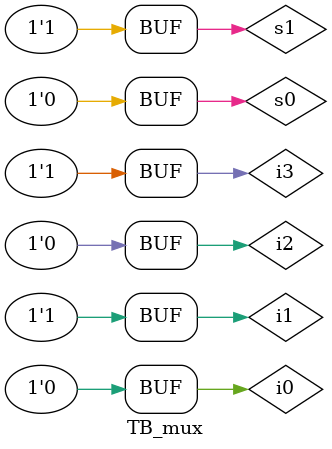
<source format=v>
module MUX4x1(y,i0,i1,i2,i3,s0,s1);
output y;
input i0,i1,i2,i3;
input s0,s1;
//logic equation for out
assign y=(~s1&~s0&i0)|(~s1&s0&i1)|(s1&~s0&i2)|(s1&s0&i3);
endmodule

/////////////////
module TB_mux();
wire y;
reg s0,s1,i0,i1,i2,i3;
MUX4x1 m1(y,i0,i1,i2,i3,s1,s0);

always 
begin
 i0=1'b0; i1=1'b1; i2=1'b0; i3=1'b1;
s0=1'b0; s1=1'b0;
#100
s0=1'b1; s1=1'b0;
#100
s0=1'b1; s1=1'b1;
#100
s0=1'b0; s1=1'b1;
end
endmodule

</source>
